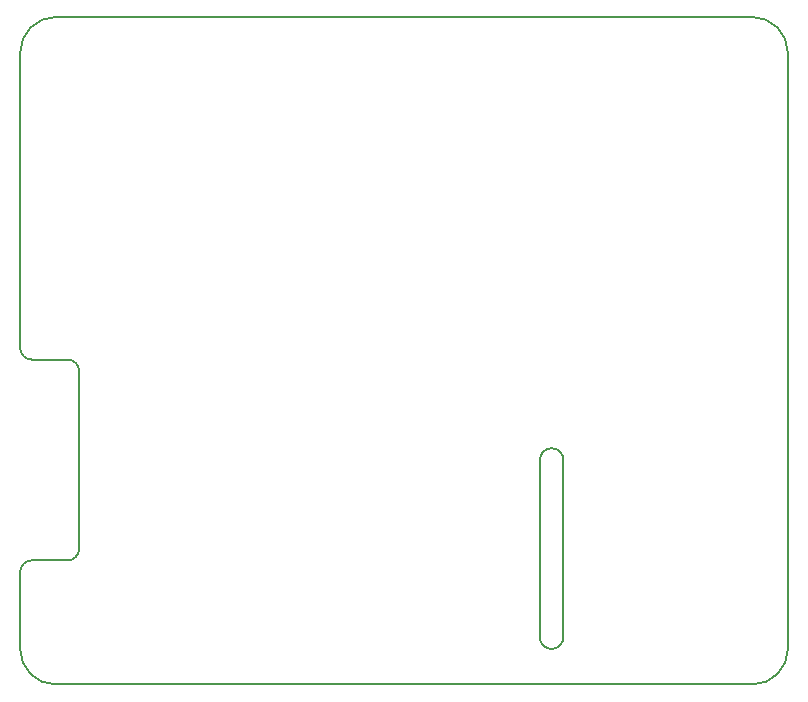
<source format=gbr>
G04 #@! TF.FileFunction,Profile,NP*
%FSLAX46Y46*%
G04 Gerber Fmt 4.6, Leading zero omitted, Abs format (unit mm)*
G04 Created by KiCad (PCBNEW (2014-11-22 BZR 5299)-product) date Sun 01 Mar 2015 05:03:53 PM EST*
%MOMM*%
G01*
G04 APERTURE LIST*
%ADD10C,0.150000*%
G04 APERTURE END LIST*
D10*
X104000000Y-100000000D02*
G75*
G03X103000000Y-101000000I0J-1000000D01*
G01*
X105000000Y-101000000D02*
G75*
G03X104000000Y-100000000I-1000000J0D01*
G01*
X105000000Y-116000000D02*
X105000000Y-101000000D01*
X104000000Y-117000000D02*
G75*
G03X105000000Y-116000000I0J1000000D01*
G01*
X103000000Y-116000000D02*
G75*
G03X104000000Y-117000000I1000000J0D01*
G01*
X103000000Y-116000000D02*
X103000000Y-101000000D01*
X65000000Y-63500000D02*
X62000000Y-63500000D01*
X62000000Y-63500000D02*
G75*
G03X59000000Y-66500000I0J-3000000D01*
G01*
X59000000Y-91500000D02*
X59000000Y-66500000D01*
X60000000Y-92500000D02*
X63000000Y-92500000D01*
X59000000Y-91500000D02*
G75*
G03X60000000Y-92500000I1000000J0D01*
G01*
X64000000Y-93500000D02*
G75*
G03X63000000Y-92500000I-1000000J0D01*
G01*
X64000000Y-108500000D02*
X64000000Y-93500000D01*
X63000000Y-109500000D02*
G75*
G03X64000000Y-108500000I0J1000000D01*
G01*
X60000000Y-109500000D02*
X63000000Y-109500000D01*
X60000000Y-109500000D02*
G75*
G03X59000000Y-110500000I0J-1000000D01*
G01*
X59000000Y-117000000D02*
X59000000Y-110500000D01*
X59000000Y-117000000D02*
G75*
G03X62000000Y-120000000I3000000J0D01*
G01*
X121000000Y-120000000D02*
X62000000Y-120000000D01*
X121000000Y-120000000D02*
G75*
G03X124000000Y-117000000I0J3000000D01*
G01*
X124000000Y-66500000D02*
X124000000Y-117000000D01*
X124000000Y-66500000D02*
G75*
G03X121000000Y-63500000I-3000000J0D01*
G01*
X65000000Y-63500000D02*
X121000000Y-63500000D01*
M02*

</source>
